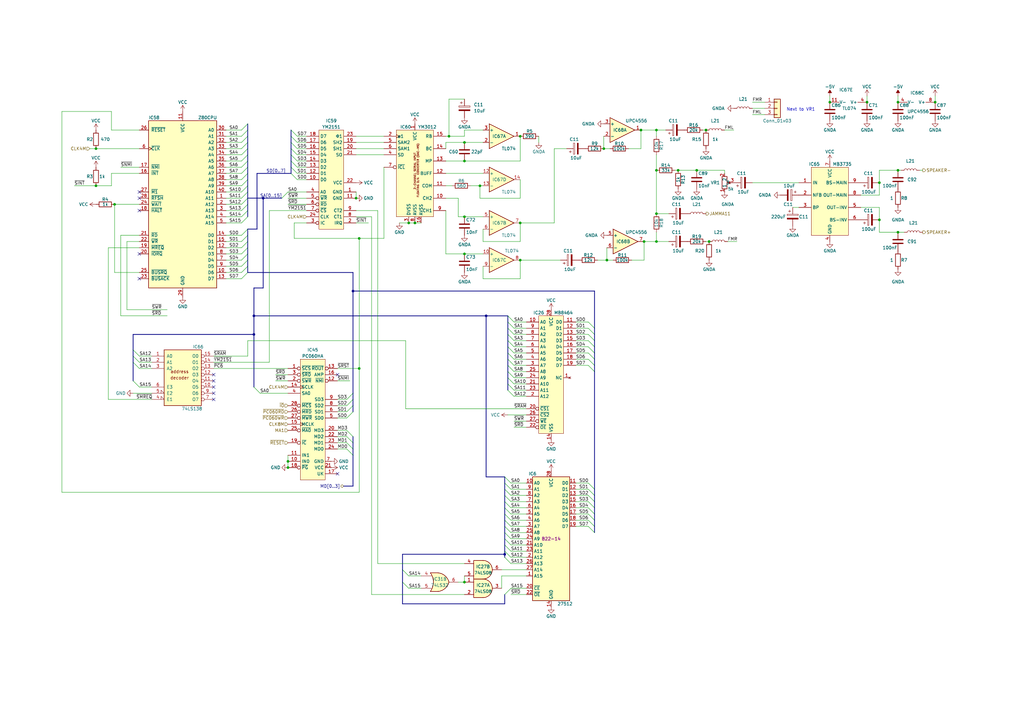
<source format=kicad_sch>
(kicad_sch (version 20230121) (generator eeschema)
  (paper "A3")
  (title_block (title "Rainbow Islands Extra") (date "2023-06-13") (company "Taito K1100319A") (comment 1 "Ulf Skutnabba, twitter: @skutis77"))
  (junction (at 289.56 53.34))
  (junction (at 269.24 87.63))
  (junction (at 207.01 227.33))
  (junction (at 190.5 88.9))
  (junction (at 285.75 69.85))
  (junction (at 360.68 90.17))
  (junction (at 199.39 129.54))
  (junction (at 264.16 99.06))
  (junction (at 147.32 151.13))
  (junction (at 269.24 99.06))
  (junction (at 262.89 53.34))
  (junction (at 290.83 99.06))
  (junction (at 118.11 189.23))
  (junction (at 269.24 69.85))
  (junction (at 46.99 83.82))
  (junction (at 383.54 41.91))
  (junction (at 104.14 137.16))
  (junction (at 104.14 129.54))
  (junction (at 355.6 41.91))
  (junction (at 118.11 191.77))
  (junction (at 107.95 81.28))
  (junction (at 190.5 58.42))
  (junction (at 360.68 74.93))
  (junction (at 147.32 97.79))
  (junction (at 167.64 91.44))
  (junction (at 368.3 41.91))
  (junction (at 368.3 69.85))
  (junction (at 184.15 55.88))
  (junction (at 213.36 106.68))
  (junction (at 247.65 60.96))
  (junction (at 340.36 41.91))
  (junction (at 269.24 53.34))
  (junction (at 213.36 55.88))
  (junction (at 368.3 95.25))
  (junction (at 190.5 66.04))
  (junction (at 146.05 81.28))
  (junction (at 170.18 91.44))
  (junction (at 190.5 104.14))
  (junction (at 190.5 238.76))
  (junction (at 248.92 106.68))
  (junction (at 196.85 76.2))
  (junction (at 39.37 76.2))
  (junction (at 213.36 91.44))
  (junction (at 144.78 119.38))
  (junction (at 39.37 60.96))
  (junction (at 278.13 69.85))
  (no_connect (at 87.63 158.75))
  (no_connect (at 57.15 78.74))
  (no_connect (at 87.63 156.21))
  (no_connect (at 57.15 81.28))
  (no_connect (at 138.43 153.67))
  (no_connect (at 138.43 194.31))
  (no_connect (at 57.15 114.3))
  (no_connect (at 87.63 153.67))
  (no_connect (at 87.63 163.83))
  (no_connect (at 87.63 161.29))
  (no_connect (at 57.15 86.36))
  (no_connect (at 57.15 104.14))
  (bus_entry (at 241.3 149.86) (size 2.54 2.54))
  (bus_entry (at 142.24 181.61) (size 2.54 2.54))
  (bus_entry (at 99.06 76.2) (size 2.54 -2.54))
  (bus_entry (at 115.57 81.28) (size 2.54 -2.54))
  (bus_entry (at 119.38 68.58) (size 2.54 2.54))
  (bus_entry (at 142.24 176.53) (size 2.54 2.54))
  (bus_entry (at 165.1 233.68) (size 2.54 2.54))
  (bus_entry (at 207.01 203.2) (size 2.54 2.54))
  (bus_entry (at 119.38 71.12) (size 2.54 2.54))
  (bus_entry (at 165.1 238.76) (size 2.54 2.54))
  (bus_entry (at 241.3 132.08) (size 2.54 2.54))
  (bus_entry (at 207.01 218.44) (size 2.54 2.54))
  (bus_entry (at 99.06 99.06) (size 2.54 -2.54))
  (bus_entry (at 54.61 146.05) (size 2.54 2.54))
  (bus_entry (at 99.06 73.66) (size 2.54 -2.54))
  (bus_entry (at 119.38 55.88) (size 2.54 2.54))
  (bus_entry (at 207.01 215.9) (size 2.54 2.54))
  (bus_entry (at 99.06 86.36) (size 2.54 -2.54))
  (bus_entry (at 207.01 208.28) (size 2.54 2.54))
  (bus_entry (at 207.01 210.82) (size 2.54 2.54))
  (bus_entry (at 207.01 213.36) (size 2.54 2.54))
  (bus_entry (at 142.24 168.91) (size 2.54 -2.54))
  (bus_entry (at 99.06 91.44) (size 2.54 -2.54))
  (bus_entry (at 208.28 149.86) (size 2.54 2.54))
  (bus_entry (at 119.38 66.04) (size 2.54 2.54))
  (bus_entry (at 241.3 203.2) (size 2.54 2.54))
  (bus_entry (at 99.06 58.42) (size 2.54 -2.54))
  (bus_entry (at 207.01 228.6) (size 2.54 2.54))
  (bus_entry (at 99.06 104.14) (size 2.54 -2.54))
  (bus_entry (at 99.06 96.52) (size 2.54 -2.54))
  (bus_entry (at 142.24 163.83) (size 2.54 -2.54))
  (bus_entry (at 208.28 129.54) (size 2.54 2.54))
  (bus_entry (at 99.06 60.96) (size 2.54 -2.54))
  (bus_entry (at 99.06 81.28) (size 2.54 -2.54))
  (bus_entry (at 208.28 160.02) (size 2.54 2.54))
  (bus_entry (at 207.01 226.06) (size 2.54 2.54))
  (bus_entry (at 241.3 205.74) (size 2.54 2.54))
  (bus_entry (at 207.01 200.66) (size 2.54 2.54))
  (bus_entry (at 119.38 63.5) (size 2.54 2.54))
  (bus_entry (at 99.06 109.22) (size 2.54 -2.54))
  (bus_entry (at 99.06 111.76) (size 2.54 -2.54))
  (bus_entry (at 208.28 139.7) (size 2.54 2.54))
  (bus_entry (at 208.28 144.78) (size 2.54 2.54))
  (bus_entry (at 241.3 134.62) (size 2.54 2.54))
  (bus_entry (at 119.38 60.96) (size 2.54 2.54))
  (bus_entry (at 208.28 132.08) (size 2.54 2.54))
  (bus_entry (at 99.06 66.04) (size 2.54 -2.54))
  (bus_entry (at 99.06 78.74) (size 2.54 -2.54))
  (bus_entry (at 142.24 179.07) (size 2.54 2.54))
  (bus_entry (at 208.28 154.94) (size 2.54 2.54))
  (bus_entry (at 241.3 144.78) (size 2.54 2.54))
  (bus_entry (at 99.06 63.5) (size 2.54 -2.54))
  (bus_entry (at 99.06 53.34) (size 2.54 -2.54))
  (bus_entry (at 241.3 198.12) (size 2.54 2.54))
  (bus_entry (at 208.28 142.24) (size 2.54 2.54))
  (bus_entry (at 207.01 205.74) (size 2.54 2.54))
  (bus_entry (at 99.06 71.12) (size 2.54 -2.54))
  (bus_entry (at 99.06 101.6) (size 2.54 -2.54))
  (bus_entry (at 142.24 166.37) (size 2.54 -2.54))
  (bus_entry (at 142.24 171.45) (size 2.54 -2.54))
  (bus_entry (at 241.3 208.28) (size 2.54 2.54))
  (bus_entry (at 208.28 134.62) (size 2.54 2.54))
  (bus_entry (at 241.3 142.24) (size 2.54 2.54))
  (bus_entry (at 207.01 220.98) (size 2.54 2.54))
  (bus_entry (at 54.61 143.51) (size 2.54 2.54))
  (bus_entry (at 241.3 137.16) (size 2.54 2.54))
  (bus_entry (at 208.28 157.48) (size 2.54 2.54))
  (bus_entry (at 208.28 137.16) (size 2.54 2.54))
  (bus_entry (at 208.28 152.4) (size 2.54 2.54))
  (bus_entry (at 119.38 53.34) (size 2.54 2.54))
  (bus_entry (at 207.01 198.12) (size 2.54 2.54))
  (bus_entry (at 208.28 147.32) (size 2.54 2.54))
  (bus_entry (at 207.01 195.58) (size 2.54 2.54))
  (bus_entry (at 241.3 147.32) (size 2.54 2.54))
  (bus_entry (at 54.61 156.21) (size 2.54 2.54))
  (bus_entry (at 207.01 223.52) (size 2.54 2.54))
  (bus_entry (at 207.01 243.84) (size 2.54 -2.54))
  (bus_entry (at 241.3 215.9) (size 2.54 2.54))
  (bus_entry (at 99.06 68.58) (size 2.54 -2.54))
  (bus_entry (at 241.3 200.66) (size 2.54 2.54))
  (bus_entry (at 99.06 88.9) (size 2.54 -2.54))
  (bus_entry (at 104.14 158.75) (size 2.54 2.54))
  (bus_entry (at 99.06 55.88) (size 2.54 -2.54))
  (bus_entry (at 119.38 58.42) (size 2.54 2.54))
  (bus_entry (at 142.24 184.15) (size 2.54 2.54))
  (bus_entry (at 241.3 210.82) (size 2.54 2.54))
  (bus_entry (at 99.06 114.3) (size 2.54 -2.54))
  (bus_entry (at 99.06 83.82) (size 2.54 -2.54))
  (bus_entry (at 241.3 213.36) (size 2.54 2.54))
  (bus_entry (at 241.3 139.7) (size 2.54 2.54))
  (bus_entry (at 99.06 106.68) (size 2.54 -2.54))
  (bus_entry (at 54.61 148.59) (size 2.54 2.54))
  (bus (pts (xy 208.28 137.16) (xy 208.28 139.7)))
  (bus (pts (xy 144.78 163.83) (xy 144.78 166.37)))
  (bus (pts (xy 144.78 119.38) (xy 243.84 119.38)))
  (wire (pts (xy 182.88 104.14) (xy 190.5 104.14)))
  (wire (pts (xy 152.4 243.84) (xy 190.5 243.84)))
  (bus (pts (xy 144.78 186.69) (xy 144.78 199.39)))
  (wire (pts (xy 146.05 58.42) (xy 157.48 58.42)))
  (wire (pts (xy 262.89 60.96) (xy 262.89 53.34)))
  (wire (pts (xy 209.55 218.44) (xy 215.9 218.44)))
  (bus (pts (xy 208.28 157.48) (xy 208.28 160.02)))
  (wire (pts (xy 210.82 139.7) (xy 215.9 139.7)))
  (bus (pts (xy 101.6 96.52) (xy 101.6 99.06)))
  (wire (pts (xy 210.82 147.32) (xy 215.9 147.32)))
  (wire (pts (xy 288.29 53.34) (xy 289.56 53.34)))
  (wire (pts (xy 290.83 99.06) (xy 289.56 99.06)))
  (wire (pts (xy 210.82 175.26) (xy 215.9 175.26)))
  (wire (pts (xy 101.6 146.05) (xy 87.63 146.05)))
  (bus (pts (xy 104.14 129.54) (xy 104.14 137.16)))
  (wire (pts (xy 269.24 69.85) (xy 269.24 87.63)))
  (bus (pts (xy 207.01 223.52) (xy 207.01 220.98)))
  (wire (pts (xy 167.64 241.3) (xy 172.72 241.3)))
  (bus (pts (xy 101.6 58.42) (xy 101.6 60.96)))
  (bus (pts (xy 243.84 142.24) (xy 243.84 139.7)))
  (wire (pts (xy 39.37 60.96) (xy 57.15 60.96)))
  (bus (pts (xy 105.41 93.98) (xy 101.6 93.98)))
  (bus (pts (xy 207.01 195.58) (xy 199.39 195.58)))
  (wire (pts (xy 198.12 114.3) (xy 198.12 109.22)))
  (wire (pts (xy 360.68 95.25) (xy 360.68 90.17)))
  (wire (pts (xy 87.63 148.59) (xy 110.49 148.59)))
  (wire (pts (xy 92.71 109.22) (xy 99.06 109.22)))
  (wire (pts (xy 190.5 58.42) (xy 182.88 58.42)))
  (wire (pts (xy 154.94 86.36) (xy 154.94 231.14)))
  (bus (pts (xy 243.84 152.4) (xy 243.84 149.86)))
  (bus (pts (xy 119.38 60.96) (xy 119.38 63.5)))
  (bus (pts (xy 243.84 205.74) (xy 243.84 203.2)))
  (wire (pts (xy 113.03 156.21) (xy 118.11 156.21)))
  (bus (pts (xy 144.78 179.07) (xy 144.78 181.61)))
  (wire (pts (xy 121.92 73.66) (xy 125.73 73.66)))
  (wire (pts (xy 210.82 160.02) (xy 215.9 160.02)))
  (wire (pts (xy 154.94 231.14) (xy 190.5 231.14)))
  (bus (pts (xy 243.84 218.44) (xy 243.84 215.9)))
  (bus (pts (xy 207.01 228.6) (xy 207.01 227.33)))
  (wire (pts (xy 110.49 148.59) (xy 110.49 86.36)))
  (wire (pts (xy 167.64 91.44) (xy 170.18 91.44)))
  (wire (pts (xy 36.83 60.96) (xy 39.37 60.96)))
  (wire (pts (xy 138.43 168.91) (xy 142.24 168.91)))
  (wire (pts (xy 182.88 71.12) (xy 198.12 71.12)))
  (wire (pts (xy 308.61 41.91) (xy 313.69 41.91)))
  (bus (pts (xy 107.95 118.11) (xy 104.14 118.11)))
  (bus (pts (xy 140.97 199.39) (xy 144.78 199.39)))
  (wire (pts (xy 269.24 99.06) (xy 274.32 99.06)))
  (bus (pts (xy 208.28 149.86) (xy 208.28 152.4)))
  (wire (pts (xy 45.72 45.72) (xy 45.72 53.34)))
  (wire (pts (xy 220.98 58.42) (xy 220.98 55.88)))
  (wire (pts (xy 92.71 68.58) (xy 99.06 68.58)))
  (wire (pts (xy 383.54 39.37) (xy 383.54 41.91)))
  (wire (pts (xy 52.07 127) (xy 68.58 127)))
  (bus (pts (xy 243.84 210.82) (xy 243.84 208.28)))
  (bus (pts (xy 208.28 139.7) (xy 208.28 142.24)))
  (wire (pts (xy 92.71 96.52) (xy 99.06 96.52)))
  (wire (pts (xy 209.55 228.6) (xy 215.9 228.6)))
  (wire (pts (xy 138.43 156.21) (xy 143.51 156.21)))
  (wire (pts (xy 209.55 205.74) (xy 215.9 205.74)))
  (wire (pts (xy 187.96 238.76) (xy 190.5 238.76)))
  (wire (pts (xy 205.74 233.68) (xy 215.9 233.68)))
  (wire (pts (xy 92.71 66.04) (xy 99.06 66.04)))
  (wire (pts (xy 118.11 78.74) (xy 125.73 78.74)))
  (wire (pts (xy 196.85 76.2) (xy 196.85 81.28)))
  (wire (pts (xy 92.71 55.88) (xy 99.06 55.88)))
  (wire (pts (xy 360.68 90.17) (xy 360.68 85.09)))
  (wire (pts (xy 121.92 55.88) (xy 125.73 55.88)))
  (bus (pts (xy 119.38 71.12) (xy 105.41 71.12)))
  (wire (pts (xy 213.36 114.3) (xy 198.12 114.3)))
  (wire (pts (xy 210.82 154.94) (xy 215.9 154.94)))
  (wire (pts (xy 92.71 86.36) (xy 99.06 86.36)))
  (wire (pts (xy 57.15 151.13) (xy 62.23 151.13)))
  (bus (pts (xy 208.28 152.4) (xy 208.28 154.94)))
  (bus (pts (xy 207.01 215.9) (xy 207.01 213.36)))
  (wire (pts (xy 45.72 76.2) (xy 45.72 71.12)))
  (bus (pts (xy 199.39 129.54) (xy 199.39 195.58)))
  (wire (pts (xy 269.24 63.5) (xy 269.24 69.85)))
  (wire (pts (xy 360.68 69.85) (xy 360.68 74.93)))
  (bus (pts (xy 208.28 134.62) (xy 208.28 137.16)))
  (wire (pts (xy 25.4 201.93) (xy 25.4 45.72)))
  (wire (pts (xy 227.33 91.44) (xy 213.36 91.44)))
  (bus (pts (xy 243.84 203.2) (xy 243.84 200.66)))
  (wire (pts (xy 92.71 111.76) (xy 99.06 111.76)))
  (wire (pts (xy 121.92 63.5) (xy 125.73 63.5)))
  (wire (pts (xy 196.85 76.2) (xy 198.12 76.2)))
  (bus (pts (xy 207.01 200.66) (xy 207.01 198.12)))
  (bus (pts (xy 199.39 129.54) (xy 208.28 129.54)))
  (wire (pts (xy 285.75 69.85) (xy 297.18 69.85)))
  (wire (pts (xy 236.22 205.74) (xy 241.3 205.74)))
  (wire (pts (xy 92.71 104.14) (xy 99.06 104.14)))
  (wire (pts (xy 187.96 81.28) (xy 187.96 88.9)))
  (wire (pts (xy 92.71 114.3) (xy 99.06 114.3)))
  (wire (pts (xy 360.68 74.93) (xy 360.68 80.01)))
  (wire (pts (xy 236.22 142.24) (xy 241.3 142.24)))
  (wire (pts (xy 182.88 58.42) (xy 182.88 60.96)))
  (bus (pts (xy 243.84 134.62) (xy 243.84 119.38)))
  (bus (pts (xy 101.6 111.76) (xy 144.78 111.76)))
  (wire (pts (xy 236.22 215.9) (xy 241.3 215.9)))
  (wire (pts (xy 208.28 170.18) (xy 215.9 170.18)))
  (wire (pts (xy 106.68 161.29) (xy 118.11 161.29)))
  (wire (pts (xy 251.46 106.68) (xy 248.92 106.68)))
  (bus (pts (xy 243.84 213.36) (xy 243.84 210.82)))
  (bus (pts (xy 101.6 53.34) (xy 101.6 55.88)))
  (bus (pts (xy 144.78 184.15) (xy 144.78 186.69)))
  (bus (pts (xy 165.1 247.65) (xy 165.1 238.76)))
  (wire (pts (xy 147.32 151.13) (xy 147.32 201.93)))
  (bus (pts (xy 101.6 81.28) (xy 107.95 81.28)))
  (wire (pts (xy 44.45 101.6) (xy 57.15 101.6)))
  (bus (pts (xy 119.38 58.42) (xy 119.38 60.96)))
  (wire (pts (xy 49.53 96.52) (xy 57.15 96.52)))
  (wire (pts (xy 247.65 55.88) (xy 247.65 60.96)))
  (wire (pts (xy 236.22 203.2) (xy 241.3 203.2)))
  (wire (pts (xy 236.22 208.28) (xy 241.3 208.28)))
  (wire (pts (xy 210.82 142.24) (xy 215.9 142.24)))
  (wire (pts (xy 138.43 163.83) (xy 142.24 163.83)))
  (bus (pts (xy 54.61 137.16) (xy 104.14 137.16)))
  (wire (pts (xy 146.05 55.88) (xy 157.48 55.88)))
  (wire (pts (xy 340.36 39.37) (xy 340.36 41.91)))
  (wire (pts (xy 52.07 99.06) (xy 57.15 99.06)))
  (wire (pts (xy 44.45 101.6) (xy 44.45 163.83)))
  (wire (pts (xy 146.05 63.5) (xy 157.48 63.5)))
  (bus (pts (xy 207.01 198.12) (xy 207.01 195.58)))
  (wire (pts (xy 138.43 184.15) (xy 142.24 184.15)))
  (wire (pts (xy 92.71 53.34) (xy 99.06 53.34)))
  (bus (pts (xy 243.84 200.66) (xy 243.84 152.4)))
  (wire (pts (xy 187.96 88.9) (xy 190.5 88.9)))
  (bus (pts (xy 119.38 63.5) (xy 119.38 66.04)))
  (wire (pts (xy 92.71 99.06) (xy 99.06 99.06)))
  (wire (pts (xy 210.82 132.08) (xy 215.9 132.08)))
  (bus (pts (xy 243.84 137.16) (xy 243.84 134.62)))
  (wire (pts (xy 360.68 85.09) (xy 353.06 85.09)))
  (bus (pts (xy 243.84 149.86) (xy 243.84 147.32)))
  (wire (pts (xy 113.03 153.67) (xy 118.11 153.67)))
  (bus (pts (xy 119.38 66.04) (xy 119.38 68.58)))
  (wire (pts (xy 54.61 161.29) (xy 62.23 161.29)))
  (wire (pts (xy 278.13 69.85) (xy 285.75 69.85)))
  (wire (pts (xy 209.55 231.14) (xy 215.9 231.14)))
  (wire (pts (xy 269.24 55.88) (xy 269.24 53.34)))
  (bus (pts (xy 208.28 144.78) (xy 208.28 147.32)))
  (bus (pts (xy 208.28 132.08) (xy 208.28 134.62)))
  (wire (pts (xy 198.12 53.34) (xy 190.5 53.34)))
  (wire (pts (xy 167.64 91.44) (xy 163.83 91.44)))
  (wire (pts (xy 210.82 144.78) (xy 215.9 144.78)))
  (wire (pts (xy 52.07 127) (xy 52.07 99.06)))
  (wire (pts (xy 138.43 181.61) (xy 142.24 181.61)))
  (bus (pts (xy 101.6 76.2) (xy 101.6 78.74)))
  (wire (pts (xy 209.55 210.82) (xy 215.9 210.82)))
  (bus (pts (xy 207.01 208.28) (xy 207.01 205.74)))
  (wire (pts (xy 198.12 99.06) (xy 213.36 99.06)))
  (wire (pts (xy 209.55 198.12) (xy 215.9 198.12)))
  (wire (pts (xy 269.24 95.25) (xy 269.24 99.06)))
  (wire (pts (xy 297.18 71.12) (xy 297.18 69.85)))
  (bus (pts (xy 101.6 83.82) (xy 101.6 86.36)))
  (wire (pts (xy 198.12 58.42) (xy 190.5 58.42)))
  (wire (pts (xy 209.55 226.06) (xy 215.9 226.06)))
  (wire (pts (xy 182.88 55.88) (xy 184.15 55.88)))
  (bus (pts (xy 101.6 99.06) (xy 101.6 101.6)))
  (wire (pts (xy 45.72 71.12) (xy 57.15 71.12)))
  (wire (pts (xy 236.22 132.08) (xy 241.3 132.08)))
  (bus (pts (xy 208.28 147.32) (xy 208.28 149.86)))
  (wire (pts (xy 210.82 162.56) (xy 215.9 162.56)))
  (wire (pts (xy 210.82 152.4) (xy 215.9 152.4)))
  (bus (pts (xy 104.14 137.16) (xy 104.14 158.75)))
  (bus (pts (xy 101.6 66.04) (xy 101.6 68.58)))
  (bus (pts (xy 165.1 233.68) (xy 165.1 227.33)))
  (bus (pts (xy 144.78 161.29) (xy 144.78 163.83)))
  (wire (pts (xy 46.99 111.76) (xy 46.99 83.82)))
  (bus (pts (xy 101.6 60.96) (xy 101.6 63.5)))
  (bus (pts (xy 243.84 208.28) (xy 243.84 205.74)))
  (bus (pts (xy 101.6 101.6) (xy 101.6 104.14)))
  (wire (pts (xy 182.88 86.36) (xy 182.88 104.14)))
  (bus (pts (xy 54.61 146.05) (xy 54.61 143.51)))
  (wire (pts (xy 190.5 55.88) (xy 190.5 53.34)))
  (bus (pts (xy 207.01 227.33) (xy 207.01 226.06)))
  (wire (pts (xy 368.3 39.37) (xy 368.3 41.91)))
  (wire (pts (xy 308.61 46.99) (xy 313.69 46.99)))
  (wire (pts (xy 190.5 66.04) (xy 182.88 66.04)))
  (wire (pts (xy 157.48 68.58) (xy 157.48 97.79)))
  (bus (pts (xy 101.6 109.22) (xy 101.6 111.76)))
  (wire (pts (xy 190.5 236.22) (xy 190.5 238.76)))
  (wire (pts (xy 118.11 81.28) (xy 125.73 81.28)))
  (bus (pts (xy 208.28 154.94) (xy 208.28 157.48)))
  (bus (pts (xy 208.28 142.24) (xy 208.28 144.78)))
  (wire (pts (xy 166.37 167.64) (xy 215.9 167.64)))
  (wire (pts (xy 278.13 69.85) (xy 276.86 69.85)))
  (wire (pts (xy 120.65 91.44) (xy 125.73 91.44)))
  (wire (pts (xy 196.85 81.28) (xy 213.36 81.28)))
  (wire (pts (xy 182.88 76.2) (xy 185.42 76.2)))
  (bus (pts (xy 105.41 71.12) (xy 105.41 93.98)))
  (wire (pts (xy 210.82 137.16) (xy 215.9 137.16)))
  (wire (pts (xy 118.11 83.82) (xy 125.73 83.82)))
  (wire (pts (xy 236.22 134.62) (xy 241.3 134.62)))
  (wire (pts (xy 152.4 88.9) (xy 152.4 243.84)))
  (wire (pts (xy 121.92 66.04) (xy 125.73 66.04)))
  (bus (pts (xy 101.6 68.58) (xy 101.6 71.12)))
  (bus (pts (xy 243.84 215.9) (xy 243.84 213.36)))
  (wire (pts (xy 190.5 66.04) (xy 213.36 66.04)))
  (bus (pts (xy 54.61 143.51) (xy 54.61 137.16)))
  (wire (pts (xy 92.71 106.68) (xy 99.06 106.68)))
  (wire (pts (xy 325.12 85.09) (xy 327.66 85.09)))
  (bus (pts (xy 101.6 73.66) (xy 101.6 76.2)))
  (wire (pts (xy 209.55 220.98) (xy 215.9 220.98)))
  (bus (pts (xy 207.01 205.74) (xy 207.01 203.2)))
  (wire (pts (xy 213.36 81.28) (xy 213.36 73.66)))
  (wire (pts (xy 250.19 60.96) (xy 247.65 60.96)))
  (wire (pts (xy 146.05 78.74) (xy 146.05 81.28)))
  (wire (pts (xy 57.15 158.75) (xy 62.23 158.75)))
  (wire (pts (xy 190.5 88.9) (xy 198.12 88.9)))
  (wire (pts (xy 213.36 106.68) (xy 229.87 106.68)))
  (wire (pts (xy 209.55 215.9) (xy 215.9 215.9)))
  (bus (pts (xy 101.6 78.74) (xy 101.6 81.28)))
  (wire (pts (xy 57.15 111.76) (xy 46.99 111.76)))
  (bus (pts (xy 101.6 55.88) (xy 101.6 58.42)))
  (wire (pts (xy 360.68 80.01) (xy 353.06 80.01)))
  (wire (pts (xy 157.48 97.79) (xy 147.32 97.79)))
  (wire (pts (xy 30.48 76.2) (xy 39.37 76.2)))
  (bus (pts (xy 101.6 104.14) (xy 101.6 106.68)))
  (bus (pts (xy 207.01 247.65) (xy 165.1 247.65)))
  (wire (pts (xy 121.92 68.58) (xy 125.73 68.58)))
  (wire (pts (xy 87.63 151.13) (xy 118.11 151.13)))
  (wire (pts (xy 308.61 44.45) (xy 313.69 44.45)))
  (bus (pts (xy 101.6 50.8) (xy 101.6 53.34)))
  (wire (pts (xy 167.64 236.22) (xy 172.72 236.22)))
  (wire (pts (xy 269.24 87.63) (xy 274.32 87.63)))
  (wire (pts (xy 198.12 93.98) (xy 198.12 99.06)))
  (bus (pts (xy 207.01 220.98) (xy 207.01 218.44)))
  (wire (pts (xy 138.43 179.07) (xy 142.24 179.07)))
  (wire (pts (xy 92.71 88.9) (xy 99.06 88.9)))
  (bus (pts (xy 207.01 213.36) (xy 207.01 210.82)))
  (bus (pts (xy 144.78 181.61) (xy 144.78 184.15)))
  (wire (pts (xy 213.36 106.68) (xy 213.36 114.3)))
  (wire (pts (xy 170.18 91.44) (xy 172.72 91.44)))
  (bus (pts (xy 101.6 71.12) (xy 101.6 73.66)))
  (wire (pts (xy 120.65 97.79) (xy 120.65 91.44)))
  (bus (pts (xy 207.01 203.2) (xy 207.01 200.66)))
  (wire (pts (xy 138.43 166.37) (xy 142.24 166.37)))
  (wire (pts (xy 369.57 69.85) (xy 368.3 69.85)))
  (wire (pts (xy 209.55 213.36) (xy 215.9 213.36)))
  (wire (pts (xy 213.36 99.06) (xy 213.36 91.44)))
  (wire (pts (xy 236.22 213.36) (xy 241.3 213.36)))
  (wire (pts (xy 138.43 171.45) (xy 142.24 171.45)))
  (wire (pts (xy 138.43 151.13) (xy 147.32 151.13)))
  (wire (pts (xy 57.15 148.59) (xy 62.23 148.59)))
  (wire (pts (xy 138.43 176.53) (xy 142.24 176.53)))
  (wire (pts (xy 92.71 71.12) (xy 99.06 71.12)))
  (wire (pts (xy 368.3 95.25) (xy 370.84 95.25)))
  (wire (pts (xy 166.37 139.7) (xy 101.6 139.7)))
  (wire (pts (xy 92.71 60.96) (xy 99.06 60.96)))
  (wire (pts (xy 209.55 203.2) (xy 215.9 203.2)))
  (wire (pts (xy 378.46 69.85) (xy 377.19 69.85)))
  (wire (pts (xy 210.82 157.48) (xy 215.9 157.48)))
  (wire (pts (xy 182.88 81.28) (xy 187.96 81.28)))
  (wire (pts (xy 209.55 223.52) (xy 215.9 223.52)))
  (wire (pts (xy 205.74 241.3) (xy 205.74 236.22)))
  (wire (pts (xy 92.71 63.5) (xy 99.06 63.5)))
  (bus (pts (xy 119.38 53.34) (xy 119.38 55.88)))
  (wire (pts (xy 49.53 129.54) (xy 49.53 96.52)))
  (wire (pts (xy 269.24 53.34) (xy 273.05 53.34)))
  (wire (pts (xy 92.71 78.74) (xy 99.06 78.74)))
  (wire (pts (xy 205.74 236.22) (xy 215.9 236.22)))
  (wire (pts (xy 209.55 243.84) (xy 215.9 243.84)))
  (wire (pts (xy 368.3 95.25) (xy 360.68 95.25)))
  (wire (pts (xy 213.36 66.04) (xy 213.36 55.88)))
  (wire (pts (xy 121.92 58.42) (xy 125.73 58.42)))
  (bus (pts (xy 243.84 139.7) (xy 243.84 137.16)))
  (bus (pts (xy 54.61 148.59) (xy 54.61 146.05)))
  (bus (pts (xy 243.84 144.78) (xy 243.84 142.24)))
  (bus (pts (xy 208.28 129.54) (xy 208.28 132.08)))
  (wire (pts (xy 92.71 83.82) (xy 99.06 83.82)))
  (wire (pts (xy 236.22 144.78) (xy 241.3 144.78)))
  (wire (pts (xy 193.04 76.2) (xy 196.85 76.2)))
  (wire (pts (xy 49.53 68.58) (xy 57.15 68.58)))
  (wire (pts (xy 49.53 129.54) (xy 68.58 129.54)))
  (wire (pts (xy 39.37 76.2) (xy 45.72 76.2)))
  (wire (pts (xy 236.22 200.66) (xy 241.3 200.66)))
  (wire (pts (xy 25.4 45.72) (xy 45.72 45.72)))
  (wire (pts (xy 184.15 55.88) (xy 184.15 40.64)))
  (bus (pts (xy 101.6 81.28) (xy 101.6 83.82)))
  (wire (pts (xy 92.71 91.44) (xy 99.06 91.44)))
  (wire (pts (xy 121.92 71.12) (xy 125.73 71.12)))
  (wire (pts (xy 236.22 198.12) (xy 241.3 198.12)))
  (bus (pts (xy 107.95 81.28) (xy 115.57 81.28)))
  (bus (pts (xy 104.14 118.11) (xy 104.14 129.54)))
  (wire (pts (xy 92.71 81.28) (xy 99.06 81.28)))
  (wire (pts (xy 236.22 147.32) (xy 241.3 147.32)))
  (bus (pts (xy 144.78 111.76) (xy 144.78 119.38)))
  (wire (pts (xy 210.82 172.72) (xy 215.9 172.72)))
  (wire (pts (xy 146.05 88.9) (xy 152.4 88.9)))
  (wire (pts (xy 264.16 106.68) (xy 259.08 106.68)))
  (wire (pts (xy 118.11 189.23) (xy 118.11 191.77)))
  (bus (pts (xy 101.6 106.68) (xy 101.6 109.22)))
  (bus (pts (xy 101.6 63.5) (xy 101.6 66.04)))
  (wire (pts (xy 210.82 149.86) (xy 215.9 149.86)))
  (wire (pts (xy 262.89 53.34) (xy 269.24 53.34)))
  (wire (pts (xy 147.32 201.93) (xy 25.4 201.93)))
  (wire (pts (xy 184.15 55.88) (xy 190.5 55.88)))
  (bus (pts (xy 104.14 129.54) (xy 199.39 129.54)))
  (bus (pts (xy 207.01 226.06) (xy 207.01 223.52)))
  (wire (pts (xy 121.92 60.96) (xy 125.73 60.96)))
  (wire (pts (xy 46.99 83.82) (xy 57.15 83.82)))
  (wire (pts (xy 355.6 39.37) (xy 355.6 41.91)))
  (wire (pts (xy 44.45 163.83) (xy 62.23 163.83)))
  (bus (pts (xy 243.84 147.32) (xy 243.84 144.78)))
  (wire (pts (xy 118.11 186.69) (xy 118.11 189.23)))
  (wire (pts (xy 248.92 101.6) (xy 248.92 106.68)))
  (wire (pts (xy 147.32 151.13) (xy 147.32 97.79)))
  (wire (pts (xy 227.33 60.96) (xy 232.41 60.96)))
  (wire (pts (xy 236.22 139.7) (xy 241.3 139.7)))
  (wire (pts (xy 264.16 99.06) (xy 269.24 99.06)))
  (wire (pts (xy 308.61 74.93) (xy 327.66 74.93)))
  (bus (pts (xy 165.1 238.76) (xy 165.1 233.68)))
  (wire (pts (xy 297.18 53.34) (xy 300.99 53.34)))
  (bus (pts (xy 101.6 86.36) (xy 101.6 88.9)))
  (wire (pts (xy 257.81 60.96) (xy 262.89 60.96)))
  (wire (pts (xy 236.22 210.82) (xy 241.3 210.82)))
  (bus (pts (xy 144.78 166.37) (xy 144.78 168.91)))
  (bus (pts (xy 165.1 227.33) (xy 207.01 227.33)))
  (wire (pts (xy 92.71 58.42) (xy 99.06 58.42)))
  (wire (pts (xy 210.82 134.62) (xy 215.9 134.62)))
  (bus (pts (xy 207.01 218.44) (xy 207.01 215.9)))
  (wire (pts (xy 368.3 69.85) (xy 360.68 69.85)))
  (wire (pts (xy 101.6 139.7) (xy 101.6 146.05)))
  (bus (pts (xy 54.61 148.59) (xy 54.61 156.21)))
  (bus (pts (xy 144.78 119.38) (xy 144.78 161.29)))
  (wire (pts (xy 209.55 208.28) (xy 215.9 208.28)))
  (wire (pts (xy 227.33 60.96) (xy 227.33 91.44)))
  (wire (pts (xy 298.45 99.06) (xy 302.26 99.06)))
  (wire (pts (xy 92.71 101.6) (xy 99.06 101.6)))
  (bus (pts (xy 119.38 68.58) (xy 119.38 71.12)))
  (bus (pts (xy 101.6 93.98) (xy 101.6 96.52)))
  (wire (pts (xy 146.05 60.96) (xy 157.48 60.96)))
  (wire (pts (xy 209.55 241.3) (xy 215.9 241.3)))
  (wire (pts (xy 146.05 91.44) (xy 151.13 91.44)))
  (wire (pts (xy 45.72 53.34) (xy 57.15 53.34)))
  (wire (pts (xy 236.22 149.86) (xy 241.3 149.86)))
  (wire (pts (xy 92.71 76.2) (xy 99.06 76.2)))
  (wire (pts (xy 236.22 137.16) (xy 241.3 137.16)))
  (bus (pts (xy 207.01 243.84) (xy 207.01 247.65)))
  (wire (pts (xy 146.05 86.36) (xy 154.94 86.36)))
  (wire (pts (xy 184.15 40.64) (xy 190.5 40.64)))
  (bus (pts (xy 107.95 81.28) (xy 107.95 118.11)))
  (wire (pts (xy 248.92 106.68) (xy 245.11 106.68)))
  (wire (pts (xy 110.49 86.36) (xy 125.73 86.36)))
  (bus (pts (xy 119.38 55.88) (xy 119.38 58.42)))
  (wire (pts (xy 166.37 167.64) (xy 166.37 139.7)))
  (bus (pts (xy 207.01 210.82) (xy 207.01 208.28)))
  (wire (pts (xy 147.32 97.79) (xy 120.65 97.79)))
  (wire (pts (xy 92.71 73.66) (xy 99.06 73.66)))
  (wire (pts (xy 264.16 99.06) (xy 264.16 106.68)))
  (wire (pts (xy 209.55 200.66) (xy 215.9 200.66)))
  (wire (pts (xy 57.15 146.05) (xy 62.23 146.05)))
  (wire (pts (xy 198.12 104.14) (xy 190.5 104.14)))
  (text "Next to VR1" (at 322.58 45.72 0) (effects (font (size 1.27 1.27)) (justify left bottom)))
  (label "MD3" (at 138.43 176.53 0))
  (label "SD2" (at 121.92 68.58 0))
  (label "SA6" (at 210.82 147.32 0))
  (label "SA14" (at 57.15 151.13 0))
  (label "SD1" (at 93.98 99.06 0))
  (label "~{SRD}" (at 210.82 175.26 0))
  (label "~{SRAM}" (at 87.63 146.05 0))
  (label "SA7" (at 93.98 71.12 0))
  (label "SA3" (at 209.55 205.74 0))
  (label "~{PC6}" (at 87.63 151.13 0))
  (label "~{SRAM}" (at 210.82 167.64 0))
  (label "SA0" (at 118.11 78.74 0))
  (label "SD3" (at 93.98 104.14 0))
  (label "SA12" (at 93.98 83.82 0))
  (label "SD3" (at 121.92 66.04 0))
  (label "~{SWR}" (at 113.03 156.21 0))
  (label "SD6" (at 236.22 147.32 0))
  (label "~{SRST}" (at 138.43 151.13 0))
  (label "~{SNMI}" (at 49.53 68.58 0))
  (label "SA14" (at 167.64 236.22 0))
  (label "SD2" (at 237.49 203.2 0))
  (label "SA10" (at 210.82 157.48 0))
  (label "~{SWR}" (at 62.23 127 0))
  (label "SA4" (at 209.55 208.28 0))
  (label "SA5" (at 210.82 144.78 0))
  (label "SA2" (at 93.98 58.42 0))
  (label "SA2" (at 209.55 203.2 0))
  (label "SA9" (at 209.55 220.98 0))
  (label "~{SRD}" (at 209.55 243.84 0))
  (label "SA6" (at 209.55 213.36 0))
  (label "SA0" (at 210.82 132.08 0))
  (label "SD5" (at 236.22 144.78 0))
  (label "SD7" (at 237.49 215.9 0))
  (label "SD7" (at 236.22 149.86 0))
  (label "SD3" (at 237.49 205.74 0))
  (label "FMR" (at 298.45 99.06 0))
  (label "~{YM2151}" (at 87.63 148.59 0))
  (label "SD5" (at 237.49 210.82 0))
  (label "~{YM2151}" (at 118.11 86.36 0))
  (label "SA9" (at 210.82 154.94 0))
  (label "SD1" (at 237.49 200.66 0))
  (label "SD0" (at 138.43 171.45 0))
  (label "FMR" (at 308.61 41.91 0))
  (label "SD1" (at 236.22 134.62 0))
  (label "SD3" (at 138.43 163.83 0))
  (label "SA12" (at 209.55 228.6 0))
  (label "SA0" (at 93.98 53.34 0))
  (label "~{SNMI}" (at 138.43 156.21 0))
  (label "SA11" (at 210.82 160.02 0))
  (label "SA5" (at 93.98 66.04 0))
  (label "MD2" (at 138.43 179.07 0))
  (label "SA13" (at 93.98 86.36 0))
  (label "SD1" (at 138.43 168.91 0))
  (label "SA2" (at 210.82 137.16 0))
  (label "SD2" (at 93.98 101.6 0))
  (label "SA13" (at 209.55 231.14 0))
  (label "SA4" (at 93.98 63.5 0))
  (label "SA8" (at 209.55 218.44 0))
  (label "SD6" (at 121.92 58.42 0))
  (label "SA6" (at 93.98 68.58 0))
  (label "SD3" (at 236.22 139.7 0))
  (label "~{SMREQ}" (at 55.88 163.83 0))
  (label "SA13" (at 57.15 148.59 0))
  (label "SD5" (at 93.98 109.22 0))
  (label "SA15" (at 57.15 158.75 0))
  (label "~{SINT}" (at 146.05 91.44 0))
  (label "~{SWR}" (at 210.82 172.72 0))
  (label "~{SINT}" (at 30.48 76.2 0))
  (label "SA7" (at 210.82 149.86 0))
  (label "SA3" (at 210.82 139.7 0))
  (label "SA15" (at 167.64 241.3 0))
  (label "MD1" (at 138.43 181.61 0))
  (label "~{SRD}" (at 118.11 83.82 0))
  (label "SD7" (at 121.92 55.88 0))
  (label "SA0" (at 209.55 198.12 0))
  (label "SA7" (at 209.55 215.9 0))
  (label "SA3" (at 93.98 60.96 0))
  (label "SD0" (at 121.92 73.66 0))
  (label "SA5" (at 209.55 210.82 0))
  (label "SA8" (at 93.98 73.66 0))
  (label "SD7" (at 93.98 114.3 0))
  (label "SD6" (at 93.98 111.76 0))
  (label "SA12" (at 210.82 162.56 0))
  (label "~{SRD}" (at 62.23 129.54 0))
  (label "SA[0..15]" (at 106.68 81.28 0))
  (label "SA0" (at 106.68 161.29 0))
  (label "SD6" (at 237.49 213.36 0))
  (label "SD4" (at 236.22 142.24 0))
  (label "SD0" (at 93.98 96.52 0))
  (label "SD2" (at 138.43 166.37 0))
  (label "SA14" (at 93.98 88.9 0))
  (label "SA1" (at 210.82 134.62 0))
  (label "SD4" (at 121.92 63.5 0))
  (label "SA8" (at 210.82 152.4 0))
  (label "SA15" (at 93.98 91.44 0))
  (label "SA10" (at 93.98 78.74 0))
  (label "MD0" (at 138.43 184.15 0))
  (label "SD4" (at 93.98 106.68 0))
  (label "SD5" (at 121.92 60.96 0))
  (label "SA10" (at 209.55 223.52 0))
  (label "SA4" (at 210.82 142.24 0))
  (label "FML" (at 297.18 53.34 0))
  (label "SA11" (at 209.55 226.06 0))
  (label "SA9" (at 93.98 76.2 0))
  (label "SD4" (at 237.49 208.28 0))
  (label "SD[0..7]" (at 109.22 71.12 0))
  (label "SD0" (at 237.49 198.12 0))
  (label "SA1" (at 209.55 200.66 0))
  (label "SA12" (at 57.15 146.05 0))
  (label "SD1" (at 121.92 71.12 0))
  (label "~{SRD}" (at 113.03 153.67 0))
  (label "SD0" (at 236.22 132.08 0))
  (label "FML" (at 308.61 46.99 0))
  (label "SA15" (at 209.55 241.3 0))
  (label "SA1" (at 93.98 55.88 0))
  (label "SA11" (at 93.98 81.28 0))
  (label "SD2" (at 236.22 137.16 0))
  (label "~{SWR}" (at 118.11 81.28 0))
  (hierarchical_label "~{PC060RD}" (shape input) (at 118.11 168.91 180))
  (hierarchical_label "MD[0..3]" (shape bidirectional) (at 140.97 199.39 180))
  (hierarchical_label "CLK4M" (shape input) (at 36.83 60.96 180))
  (hierarchical_label "JAMMA11" (shape output) (at 289.56 87.63 0))
  (hierarchical_label "~{PC060WR}" (shape input) (at 118.11 171.45 180))
  (hierarchical_label "CLK4M" (shape input) (at 125.73 88.9 180))
  (hierarchical_label "SPEAKER-" (shape output) (at 378.46 69.85 0))
  (hierarchical_label "CLK8M" (shape input) (at 118.11 173.99 180))
  (hierarchical_label "~{IO}" (shape input) (at 118.11 166.37 180))
  (hierarchical_label "CLK4M" (shape input) (at 118.11 158.75 180))
  (hierarchical_label "SPEAKER+" (shape output) (at 378.46 95.25 0))
  (hierarchical_label "~{RESET}" (shape input) (at 118.11 181.61 180))
  (hierarchical_label "MA1" (shape input) (at 118.11 176.53 180))
  (symbol (lib_id "power:GNDA") (at 383.54 49.53 0) (unit 1)
    (property "Reference" "#PWR0219" (effects hide))
    (property "Value" "GNDA" (at 383.54 53.34 0))
  )
  (symbol (lib_id "Device:R") (at 254 60.96 90) (unit 1)
    (property "Reference" "R10" (at 254 58.928 90))
    (property "Value" "100k" (at 254 60.96 90))
  )
  (symbol (lib_id "power:GNDA") (at 190.5 48.26 0) (unit 1)
    (property "Reference" "#PWR0197" (effects hide))
    (property "Value" "GNDA" (at 190.5 52.07 0))
  )
  (symbol (lib_id "jt74:74LS138") (at 74.93 153.67 0) (unit 1)
    (property "Reference" "IC66" (at 81.28 142.24 0))
    (property "Value" "74LS138" (at 78.74 167.64 0))
    (property "Datasheet" "http://www.ti.com/lit/gpn/sn74LS138" (effects hide))
  )
  (symbol (lib_id "Device:L") (at 374.65 95.25 270) (mirror x) (unit 1)
    (property "Reference" "L21" (at 374.65 91.44 90))
    (property "Value" "L" (effects hide))
    (instances (project "risle" (path "" (reference "L21") (unit 1)) (path "" (reference "L20") (unit 1)) (path "" (reference "L4") (unit 1))))
  )
  (symbol (lib_id "power:GND") (at 118.11 191.77 270) (unit 1)
    (property "Reference" "#PWR0188" (effects hide))
    (property "Value" "GND" (at 113.03 191.77 90))
  )
  (symbol (lib_id "power:GND") (at 54.61 161.29 270) (unit 1)
    (property "Reference" "#PWR0228" (effects hide))
    (property "Value" "GND" (at 49.53 161.29 90))
  )
  (symbol (lib_id "Device:C_Polarized") (at 233.68 106.68 90) (unit 1)
    (property "Reference" "C11" (at 234.95 102.87 90) (effects (justify left)))
    (property "Value" "10uF" (at 236.22 110.49 90) (effects (justify left)))
    (instances (project "risle" (path "" (reference "C11") (unit 1)) (path "" (reference "C94") (unit 1))))
  )
  (symbol (lib_id "Amplifier_Operational:TL074") (at 205.74 55.88 0) (unit 1)
    (property "Reference" "IC67" (at 201.93 55.88 0) (effects (justify left)))
    (property "Value" "TL074" (at 205.74 60.96 0) (effects (justify left)))
    (property "Datasheet" "http://www.ti.com/lit/ds/symlink/tl071.pdf" (effects hide))
  )
  (symbol (lib_id "Device:L") (at 294.64 99.06 270) (mirror x) (unit 1)
    (property "Reference" "L21" (at 294.64 95.25 90))
    (property "Value" "L" (effects hide))
    (instances (project "risle" (path "" (reference "L21") (unit 1)) (path "" (reference "L20") (unit 1)) (path "" (reference "L3") (unit 1))))
  )
  (symbol (lib_id "power:GNDA") (at 289.56 60.96 0) (unit 1)
    (property "Reference" "#PWR0206" (effects hide))
    (property "Value" "GNDA" (at 289.56 64.77 0))
  )
  (symbol (lib_id "power:VCC") (at 208.28 170.18 90) (unit 1)
    (property "Reference" "#PWR0187" (effects hide))
    (property "Value" "VCC" (at 203.2 170.18 90))
  )
  (symbol (lib_id "Device:R") (at 269.24 91.44 0) (unit 1)
    (property "Reference" "R18" (at 271.272 91.44 90))
    (property "Value" "10k" (at 269.24 91.44 90))
  )
  (symbol (lib_id "power:VCC") (at 340.36 66.04 0) (unit 1)
    (property "Reference" "#PWR0264" (effects hide))
    (property "Value" "VCC" (at 340.36 62.23 0))
  )
  (symbol (lib_id "power:VCC") (at 170.18 50.8 0) (unit 1)
    (property "Reference" "#PWR0186" (effects hide))
    (property "Value" "VCC" (at 170.18 46.99 0))
  )
  (symbol (lib_id "power:GNDA") (at 340.36 99.06 0) (unit 1)
    (property "Reference" "#PWR0212" (effects hide))
    (property "Value" "GNDA" (at 340.36 102.87 0))
  )
  (symbol (lib_id "Device:R") (at 189.23 76.2 90) (unit 1)
    (property "Reference" "R6" (at 189.23 74.168 90))
    (property "Value" "560" (at 189.23 76.2 90))
  )
  (symbol (lib_id "Device:L") (at 293.37 53.34 270) (mirror x) (unit 1)
    (property "Reference" "L21" (at 293.37 49.53 90))
    (property "Value" "L" (effects hide))
    (instances (project "risle" (path "" (reference "L21") (unit 1)) (path "" (reference "L20") (unit 1)) (path "" (reference "L1") (unit 1))))
  )
  (symbol (lib_id "power:GNDA") (at 340.36 49.53 0) (unit 1)
    (property "Reference" "#PWR0200" (effects hide))
    (property "Value" "GNDA" (at 340.36 53.34 0))
  )
  (symbol (lib_id "power:GNDA") (at 297.18 78.74 0) (mirror y) (unit 1)
    (property "Reference" "#PWR0209" (effects hide))
    (property "Value" "GNDA" (at 298.45 83.82 0))
  )
  (symbol (lib_id "Device:C_Polarized") (at 356.87 74.93 90) (unit 1)
    (property "Reference" "C11" (at 358.14 71.12 90) (effects (justify left)))
    (property "Value" "100uF" (at 359.41 78.74 90) (effects (justify left)))
    (instances (project "risle" (path "" (reference "C11") (unit 1)) (path "" (reference "C78") (unit 1))))
  )
  (symbol (lib_id "Device:C_Polarized") (at 304.8 74.93 90) (unit 1)
    (property "Reference" "C11" (at 306.07 71.12 90) (effects (justify left)))
    (property "Value" "10uF" (at 307.34 78.74 90) (effects (justify left)))
    (instances (project "risle" (path "" (reference "C11") (unit 1)) (path "" (reference "C81") (unit 1))))
  )
  (symbol (lib_id "skutis-kicad:R_Potentiometer") (at 297.18 74.93 0) (mirror x) (unit 1)
    (property "Reference" "VR1" (at 293.37 74.93 0))
    (property "Value" "5k" (at 299.72 77.47 0))
  )
  (symbol (lib_id "Device:R") (at 255.27 106.68 90) (unit 1)
    (property "Reference" "R11" (at 255.27 104.648 90))
    (property "Value" "100k" (at 255.27 106.68 90))
  )
  (symbol (lib_id "Device:C") (at 190.5 62.23 180) (unit 1)
    (property "Reference" "C60" (at 187.96 62.23 0) (effects (justify left)))
    (property "Value" "22pF" (at 198.12 62.23 0) (effects (justify left)))
  )
  (symbol (lib_id "Device:L") (at 373.38 69.85 270) (mirror x) (unit 1)
    (property "Reference" "L21" (at 373.38 66.04 90))
    (property "Value" "L" (effects hide))
    (instances (project "risle" (path "" (reference "L21") (unit 1)) (path "" (reference "L20") (unit 1)) (path "" (reference "L5") (unit 1))))
  )
  (symbol (lib_id "Device:C_Polarized") (at 190.5 44.45 0) (unit 1)
    (property "Reference" "C11" (at 194.31 42.926 0) (effects (justify left)))
    (property "Value" "10uF" (at 194.31 45.466 0) (effects (justify left)))
    (instances (project "risle" (path "" (reference "C11") (unit 1)) (path "" (reference "C70") (unit 1))))
  )
  (symbol (lib_id "Device:C_Polarized") (at 276.86 53.34 90) (unit 1)
    (property "Reference" "C11" (at 278.13 49.53 90) (effects (justify left)))
    (property "Value" "10uF" (at 279.4 57.15 90) (effects (justify left)))
    (instances (project "risle" (path "" (reference "C11") (unit 1)) (path "" (reference "C90") (unit 1))))
  )
  (symbol (lib_id "Device:C_Polarized") (at 236.22 60.96 90) (unit 1)
    (property "Reference" "C11" (at 237.49 57.15 90) (effects (justify left)))
    (property "Value" "10uF" (at 238.76 64.77 90) (effects (justify left)))
    (instances (project "risle" (path "" (reference "C11") (unit 1)) (path "" (reference "C85") (unit 1))))
  )
  (symbol (lib_id "Device:C_Polarized") (at 278.13 99.06 90) (unit 1)
    (property "Reference" "C11" (at 279.4 95.25 90) (effects (justify left)))
    (property "Value" "10uF" (at 280.67 102.87 90) (effects (justify left)))
    (instances (project "risle" (path "" (reference "C11") (unit 1)) (path "" (reference "C93") (unit 1))))
  )
  (symbol (lib_id "Amplifier_Operational:TL074") (at 205.74 106.68 0) (unit 3)
    (property "Reference" "IC67" (at 201.93 106.68 0) (effects (justify left)))
    (property "Value" "TL074" (at 207.01 102.87 0) (effects (justify left)))
    (property "Datasheet" "http://www.ti.com/lit/ds/symlink/tl071.pdf" (effects hide))
  )
  (symbol (lib_id "74xx:74LS08") (at 198.12 241.3 0) (unit 1)
    (property "Reference" "IC27" (at 198.12 240.03 0))
    (property "Value" "74LS08" (at 198.12 242.57 0))
    (property "Datasheet" "http://www.ti.com/lit/gpn/sn74LS08" (effects hide))
  )
  (symbol (lib_id "power:GNDA") (at 278.13 77.47 0) (unit 1)
    (property "Reference" "#PWR0207" (effects hide))
    (property "Value" "GNDA" (at 278.13 81.28 0))
  )
  (symbol (lib_id "Device:C") (at 340.36 45.72 0) (unit 1)
    (property "Reference" "C86" (at 340.995 43.18 0) (effects (justify left)))
    (property "Value" "100nF" (at 340.995 48.26 0) (effects (justify left)))
  )
  (symbol (lib_id "Device:L") (at 285.75 87.63 270) (mirror x) (unit 1)
    (property "Reference" "L21" (at 285.75 83.82 90))
    (property "Value" "L" (effects hide))
    (instances (project "risle" (path "" (reference "L21") (unit 1)) (path "" (reference "L20") (unit 1)) (path "" (reference "L6") (unit 1))))
  )
  (symbol (lib_id "power:GNDA") (at 368.3 49.53 0) (unit 1)
    (property "Reference" "#PWR0218" (effects hide))
    (property "Value" "GNDA" (at 368.3 53.34 0))
  )
  (symbol (lib_id "power:VCC") (at 39.37 68.58 0) (unit 1)
    (property "Reference" "#PWR0190" (effects hide))
    (property "Value" "VCC" (at 39.37 64.77 0))
  )
  (symbol (lib_id "power:VCC") (at 74.93 45.72 0) (unit 1)
    (property "Reference" "#PWR0257" (effects hide))
    (property "Value" "VCC" (at 74.93 41.91 0))
  )
  (symbol (lib_id "power:-5V") (at 368.3 39.37 0) (unit 1)
    (property "Reference" "#PWR0216" (effects hide))
    (property "Value" "-5V" (at 368.3 35.56 0))
  )
  (symbol (lib_id "power:VCC") (at 146.05 74.93 270) (unit 1)
    (property "Reference" "#PWR0193" (effects hide))
    (property "Value" "VCC" (at 151.13 74.93 90))
  )
  (symbol (lib_id "power:GNDA") (at 220.98 58.42 0) (unit 1)
    (property "Reference" "#PWR0198" (effects hide))
    (property "Value" "GNDA" (at 220.98 62.23 0))
  )
  (symbol (lib_id "power:VCC") (at 226.06 193.04 0) (unit 1)
    (property "Reference" "#PWR0262" (effects hide))
    (property "Value" "VCC" (at 226.06 189.23 0))
  )
  (symbol (lib_id "skutis-kicad:MB3735") (at 340.36 82.55 0) (unit 1)
    (property "Reference" "IC65" (at 334.01 67.31 0))
    (property "Value" "MB3735" (at 345.44 67.31 0))
  )
  (symbol (lib_id "power:GNDA") (at 355.6 49.53 0) (unit 1)
    (property "Reference" "#PWR0199" (effects hide))
    (property "Value" "GNDA" (at 355.6 53.34 0))
  )
  (symbol (lib_id "power:VCC") (at 135.89 191.77 270) (unit 1)
    (property "Reference" "#PWR0259" (effects hide))
    (property "Value" "VCC" (at 140.97 191.77 90))
  )
  (symbol (lib_id "power:VCC") (at 383.54 39.37 0) (unit 1)
    (property "Reference" "#PWR0217" (effects hide))
    (property "Value" "VCC" (at 383.54 35.56 0))
  )
  (symbol (lib_id "power:GND") (at 226.06 248.92 0) (unit 1)
    (property "Reference" "#PWR0263" (effects hide))
    (property "Value" "GND" (at 226.06 252.73 0))
  )
  (symbol (lib_id "power:GNDA") (at 290.83 106.68 0) (unit 1)
    (property "Reference" "#PWR0205" (effects hide))
    (property "Value" "GNDA" (at 290.83 110.49 0))
  )
  (symbol (lib_id "power:GNDA") (at 320.04 80.01 270) (unit 1)
    (property "Reference" "#PWR0210" (effects hide))
    (property "Value" "GNDA" (at 313.69 80.01 90))
  )
  (symbol (lib_id "Device:C") (at 383.54 45.72 0) (unit 1)
    (property "Reference" "C87" (at 384.175 43.18 0) (effects (justify left)))
    (property "Value" "100nF" (at 384.175 48.26 0) (effects (justify left)))
  )
  (symbol (lib_id "Device:R") (at 273.05 69.85 90) (unit 1)
    (property "Reference" "R14" (at 273.05 67.818 90))
    (property "Value" "33k" (at 273.05 69.85 90))
  )
  (symbol (lib_id "skutis-kicad:PC060HA") (at 128.27 171.45 0) (unit 1)
    (property "Reference" "IC45" (at 128.27 143.51 0))
    (property "Value" "PC060HA" (at 128.27 146.05 0))
  )
  (symbol (lib_id "power:VCC") (at 39.37 53.34 0) (unit 1)
    (property "Reference" "#PWR0191" (effects hide))
    (property "Value" "VCC" (at 39.37 49.53 0))
  )
  (symbol (lib_id "power:VCC") (at 39.37 83.82 90) (unit 1)
    (property "Reference" "#PWR0189" (effects hide))
    (property "Value" "VCC" (at 34.29 83.82 90))
  )
  (symbol (lib_id "Device:C") (at 190.5 107.95 0) (unit 1)
    (property "Reference" "C73" (at 191.135 105.41 0) (effects (justify left)))
    (property "Value" "10nF" (at 191.135 110.49 0) (effects (justify left)))
  )
  (symbol (lib_id "power:GNDA") (at 190.5 111.76 0) (unit 1)
    (property "Reference" "#PWR0195" (effects hide))
    (property "Value" "GNDA" (at 190.5 115.57 0))
  )
  (symbol (lib_id "power:VCC") (at 355.6 39.37 0) (unit 1)
    (property "Reference" "#PWR0201" (effects hide))
    (property "Value" "VCC" (at 355.6 35.56 0))
  )
  (symbol (lib_id "Device:C") (at 285.75 73.66 0) (unit 1)
    (property "Reference" "C89" (at 286.385 71.12 0) (effects (justify left)))
    (property "Value" "10nF" (at 286.385 76.2 0) (effects (justify left)))
  )
  (symbol (lib_id "Device:R") (at 285.75 99.06 90) (unit 1)
    (property "Reference" "R19" (at 285.75 97.028 90))
    (property "Value" "20k" (at 285.75 99.06 90))
  )
  (symbol (lib_id "Connector_Generic:Conn_01x03") (at 318.77 44.45 0) (unit 1)
    (property "Reference" "J1" (effects hide))
    (property "Value" "Conn_01x03" (at 318.77 49.53 0))
  )
  (symbol (lib_id "Device:R") (at 39.37 72.39 180) (unit 1)
    (property "Reference" "R3" (at 36.83 72.39 0))
    (property "Value" "1k" (at 41.91 72.39 0))
  )
  (symbol (lib_id "Amplifier_Operational:TL074") (at 205.74 73.66 0) (unit 4)
    (property "Reference" "IC67" (at 201.93 73.66 0) (effects (justify left)))
    (property "Value" "TL074" (at 205.74 78.74 0) (effects (justify left)))
    (property "Datasheet" "http://www.ti.com/lit/ds/symlink/tl071.pdf" (effects hide))
  )
  (symbol (lib_id "power:GNDA") (at 248.92 96.52 270) (unit 1)
    (property "Reference" "#PWR0203" (effects hide))
    (property "Value" "GNDA" (at 242.57 96.52 90))
  )
  (symbol (lib_id "Device:R") (at 43.18 83.82 90) (unit 1)
    (property "Reference" "R4" (at 43.18 81.788 90))
    (property "Value" "1k" (at 43.18 83.82 90))
  )
  (symbol (lib_id "jt74:74LS32") (at 180.34 238.76 0) (unit 2)
    (property "Reference" "IC31" (at 180.34 237.49 0))
    (property "Value" "74LS32" (at 180.34 240.03 0))
    (property "Datasheet" "http://www.ti.com/lit/gpn/sn74LS32" (effects hide))
  )
  (symbol (lib_id "power:GNDA") (at 368.3 85.09 0) (unit 1)
    (property "Reference" "#PWR0214" (effects hide))
    (property "Value" "GNDA" (at 368.3 90.17 0))
  )
  (symbol (lib_id "CPU:Z80CPU") (at 74.93 83.82 0) (unit 1)
    (property "Reference" "IC58" (at 60.96 48.26 0) (effects (justify left)))
    (property "Value" "Z80CPU" (at 81.28 48.26 0) (effects (justify left)))
    (property "Datasheet" "www.zilog.com/manage_directlink.php?filepath=docs/z80/um0080" (effects hide))
  )
  (symbol (lib_id "power:GNDA") (at 190.5 96.52 0) (unit 1)
    (property "Reference" "#PWR0196" (effects hide))
    (property "Value" "GNDA" (at 190.5 100.33 0))
  )
  (symbol (lib_id "Device:R") (at 217.17 55.88 90) (unit 1)
    (property "Reference" "R5" (at 217.17 53.848 90))
    (property "Value" "390" (at 217.17 55.88 90))
  )
  (symbol (lib_id "Device:R") (at 269.24 59.69 0) (unit 1)
    (property "Reference" "R17" (at 271.272 59.69 90))
    (property "Value" "10k" (at 269.24 59.69 90))
  )
  (symbol (lib_id "skutis-kicad:MB8464") (at 226.06 153.67 0) (unit 1)
    (property "Reference" "IC26" (at 220.98 128.27 0))
    (property "Value" "MB8464" (at 231.14 128.27 0))
    (instances (project "risle" (path "" (reference "IC26") (unit 1)) (path "" (reference "IC26") (unit 1)) (path "" (reference "IC44") (unit 1))))
  )
  (symbol (lib_id "Device:C") (at 368.3 99.06 0) (unit 1)
    (property "Reference" "C91" (at 372.11 99.06 0) (effects (justify left)))
    (property "Value" "100nF" (at 361.95 101.6 0) (effects (justify left)))
  )
  (symbol (lib_id "Device:R") (at 368.3 81.28 0) (unit 1)
    (property "Reference" "R8" (at 370.84 81.28 0))
    (property "Value" "1" (at 365.76 81.28 0))
  )
  (symbol (lib_id "Device:C_Polarized") (at 356.87 90.17 90) (unit 1)
    (property "Reference" "C11" (at 358.14 86.36 90) (effects (justify left)))
    (property "Value" "100uF" (at 359.41 93.98 90) (effects (justify left)))
    (instances (project "risle" (path "" (reference "C11") (unit 1)) (path "" (reference "C79") (unit 1))))
  )
  (symbol (lib_id "Device:R") (at 289.56 57.15 180) (unit 1)
    (property "Reference" "R15" (at 285.75 57.15 0))
    (property "Value" "1k" (at 293.37 57.15 0))
  )
  (symbol (lib_id "power:GNDA") (at 300.99 44.45 270) (unit 1)
    (property "Reference" "#PWR0215" (effects hide))
    (property "Value" "GNDA" (at 294.64 44.45 90))
  )
  (symbol (lib_id "power:VCC") (at 226.06 127 0) (unit 1)
    (property "Reference" "#PWR0260" (effects hide))
    (property "Value" "VCC" (at 226.06 123.19 0))
  )
  (symbol (lib_id "power:GNDA") (at 247.65 50.8 270) (unit 1)
    (property "Reference" "#PWR0204" (effects hide))
    (property "Value" "GNDA" (at 241.3 50.8 90))
  )
  (symbol (lib_id "power:-5V") (at 340.36 39.37 0) (unit 1)
    (property "Reference" "#PWR0202" (effects hide))
    (property "Value" "-5V" (at 340.36 35.56 0))
  )
  (symbol (lib_id "power:GNDA") (at 368.3 110.49 0) (unit 1)
    (property "Reference" "#PWR0213" (effects hide))
    (property "Value" "GNDA" (at 368.3 115.57 0))
  )
  (symbol (lib_id "power:GND") (at 135.89 189.23 90) (unit 1)
    (property "Reference" "#PWR0258" (effects hide))
    (property "Value" "GND" (at 140.97 189.23 90))
  )
  (symbol (lib_id "Device:R") (at 290.83 102.87 180) (unit 1)
    (property "Reference" "R20" (at 287.02 102.87 0))
    (property "Value" "1k" (at 294.64 102.87 0))
  )
  (symbol (lib_id "Amplifier_Operational:TL074") (at 347.98 44.45 270) (unit 5)
    (property "Reference" "IC67" (at 344.17 36.83 90) (effects (justify left)))
    (property "Value" "TL074" (at 345.44 44.45 90) (effects (justify left)))
    (property "Datasheet" "http://www.ti.com/lit/ds/symlink/tl071.pdf" (effects hide))
  )
  (symbol (lib_id "Device:R") (at 284.48 53.34 90) (unit 1)
    (property "Reference" "R16" (at 284.48 51.308 90))
    (property "Value" "20k" (at 284.48 53.34 90))
  )
  (symbol (lib_id "Device:R") (at 241.3 106.68 90) (unit 1)
    (property "Reference" "R12" (at 241.3 104.648 90))
    (property "Value" "12k" (at 241.3 106.68 90))
  )
  (symbol (lib_id "Device:C_Polarized") (at 278.13 87.63 90) (unit 1)
    (property "Reference" "C11" (at 279.4 83.82 90) (effects (justify left)))
    (property "Value" "10uF" (at 280.67 91.44 90) (effects (justify left)))
    (instances (project "risle" (path "" (reference "C11") (unit 1)) (path "" (reference "C96") (unit 1))))
  )
  (symbol (lib_id "power:GNDA") (at 285.75 77.47 0) (unit 1)
    (property "Reference" "#PWR0208" (effects hide))
    (property "Value" "GNDA" (at 285.75 81.28 0))
  )
  (symbol (lib_id "skutis-kicad:YM3012") (at 170.18 71.12 0) (unit 1)
    (property "Reference" "IC60" (at 166.37 52.07 0))
    (property "Value" "YM3012" (at 175.26 52.07 0))
  )
  (symbol (lib_id "Memory_EPROM:27512") (at 226.06 220.98 0) (unit 1)
    (property "Reference" "IC6" (at 218.44 194.31 0))
    (property "Value" "27512" (at 228.6 247.65 0) (effects (justify left)))
    (property "Footprint" "Package_DIP:DIP-28_W15.24mm" (effects hide))
    (property "Datasheet" "http://pdf.datasheetcatalog.com/datasheets/120/227190_DS.pdf" (effects hide))
    (property "Reference2" "B22-14" (at 226.06 220.98 0))
    (instances (project "risle" (path "" (reference "IC6") (unit 1)) (path "" (reference "IC6") (unit 1)) (path "" (reference "IC43") (unit 1))))
  )
  (symbol (lib_id "Device:L") (at 304.8 44.45 270) (mirror x) (unit 1)
    (property "Reference" "L21" (at 304.8 40.64 90))
    (property "Value" "L" (effects hide))
    (instances (project "risle" (path "" (reference "L21") (unit 1)) (path "" (reference "L20") (unit 1)) (path "" (reference "L2") (unit 1))))
  )
  (symbol (lib_id "Device:R") (at 39.37 57.15 180) (unit 1)
    (property "Reference" "R2" (at 36.83 57.15 0))
    (property "Value" "470" (at 43.18 57.15 0))
  )
  (symbol (lib_id "Amplifier_Operational:NJM4556A") (at 256.54 99.06 0) (unit 2)
    (property "Reference" "IC68" (at 252.73 99.06 0) (effects (justify left)))
    (property "Value" "UPC4556" (at 256.54 95.25 0) (effects (justify left)))
    (property "Datasheet" "http://www.njr.com/semicon/PDF/NJM4556A_E.pdf" (effects hide))
  )
  (symbol (lib_id "power:GND") (at 74.93 121.92 0) (unit 1)
    (property "Reference" "#PWR0177" (effects hide))
    (property "Value" "GND" (at 74.93 125.73 0))
  )
  (symbol (lib_id "Device:C") (at 355.6 45.72 0) (unit 1)
    (property "Reference" "C71" (at 356.235 43.18 0) (effects (justify left)))
    (property "Value" "100nF" (at 356.235 48.26 0) (effects (justify left)))
  )
  (symbol (lib_id "74xx:74LS08") (at 198.12 233.68 0) (unit 2)
    (property "Reference" "IC27" (at 198.12 232.41 0))
    (property "Value" "74LS08" (at 198.12 234.95 0))
    (property "Datasheet" "http://www.ti.com/lit/gpn/sn74LS08" (effects hide))
  )
  (symbol (lib_id "power:GNDA") (at 325.12 92.71 0) (unit 1)
    (property "Reference" "#PWR0211" (effects hide))
    (property "Value" "GNDA" (at 325.12 96.52 0))
  )
  (symbol (lib_id "power:GND") (at 163.83 91.44 0) (unit 1)
    (property "Reference" "#PWR0194" (effects hide))
    (property "Value" "GND" (at 163.83 95.25 0))
  )
  (symbol (lib_id "power:GND") (at 226.06 180.34 0) (unit 1)
    (property "Reference" "#PWR0261" (effects hide))
    (property "Value" "GND" (at 226.06 184.15 0))
  )
  (symbol (lib_id "Amplifier_Operational:NJM4556A") (at 375.92 44.45 270) (unit 3)
    (property "Reference" "IC68" (at 373.38 38.1 90) (effects (justify left)))
    (property "Value" "UPC4556" (at 372.11 45.72 90) (effects (justify left)))
    (property "Datasheet" "http://www.njr.com/semicon/PDF/NJM4556A_E.pdf" (effects hide))
  )
  (symbol (lib_id "power:GND") (at 146.05 81.28 90) (unit 1)
    (property "Reference" "#PWR0192" (effects hide))
    (property "Value" "GND" (at 151.13 81.28 90))
  )
  (symbol (lib_id "Device:R") (at 368.3 106.68 0) (unit 1)
    (property "Reference" "R7" (at 370.84 106.68 0))
    (property "Value" "1" (at 365.76 106.68 0))
  )
  (symbol (lib_id "Device:C") (at 190.5 92.71 0) (unit 1)
    (property "Reference" "C72" (at 191.135 90.17 0) (effects (justify left)))
    (property "Value" "10nF" (at 191.135 95.25 0) (effects (justify left)))
  )
  (symbol (lib_id "Device:R") (at 243.84 60.96 90) (unit 1)
    (property "Reference" "R9" (at 243.84 58.928 90))
    (property "Value" "12k" (at 243.84 60.96 90))
  )
  (symbol (lib_id "Amplifier_Operational:NJM4556A") (at 255.27 53.34 0) (unit 1)
    (property "Reference" "IC68" (at 251.46 53.34 0) (effects (justify left)))
    (property "Value" "UPC4556" (at 256.54 49.53 0) (effects (justify left)))
    (property "Datasheet" "http://www.njr.com/semicon/PDF/NJM4556A_E.pdf" (effects hide))
  )
  (symbol (lib_id "Device:C_Polarized") (at 323.85 80.01 270) (unit 1)
    (property "Reference" "C11" (at 321.31 83.82 90) (effects (justify left)))
    (property "Value" "10uF" (at 321.31 76.2 90) (effects (justify left)))
    (instances (project "risle" (path "" (reference "C11") (unit 1)) (path "" (reference "C80") (unit 1))))
  )
  (symbol (lib_id "Device:C") (at 368.3 45.72 0) (unit 1)
    (property "Reference" "C88" (at 368.935 43.18 0) (effects (justify left)))
    (property "Value" "100nF" (at 368.935 48.26 0) (effects (justify left)))
  )
  (symbol (lib_id "Device:R") (at 278.13 73.66 0) (unit 1)
    (property "Reference" "R13" (at 280.162 73.66 90))
    (property "Value" "1k" (at 278.13 73.66 90))
  )
  (symbol (lib_id "skutis-kicad:YM2151") (at 135.89 74.93 0) (unit 1)
    (property "Reference" "IC59" (at 135.89 49.53 0))
    (property "Value" "YM2151" (at 135.89 52.07 0))
  )
  (symbol (lib_id "Device:C") (at 368.3 73.66 0) (unit 1)
    (property "Reference" "C92" (at 372.11 73.66 0) (effects (justify left)))
    (property "Value" "100nF" (at 361.95 76.2 0) (effects (justify left)))
  )
  (symbol (lib_id "Amplifier_Operational:TL074") (at 205.74 91.44 0) (unit 2)
    (property "Reference" "IC67" (at 201.93 91.44 0) (effects (justify left)))
    (property "Value" "TL074" (at 205.74 96.52 0) (effects (justify left)))
    (property "Datasheet" "http://www.ti.com/lit/ds/symlink/tl071.pdf" (effects hide))
  )
  (symbol (lib_id "Device:C_Polarized") (at 325.12 88.9 0) (unit 1)
    (property "Reference" "C11" (at 327.66 88.9 0) (effects (justify left)))
    (property "Value" "220uF" (at 316.23 88.9 0) (effects (justify left)))
    (instances (project "risle" (path "" (reference "C11") (unit 1)) (path "" (reference "C83") (unit 1))))
  )
)
</source>
